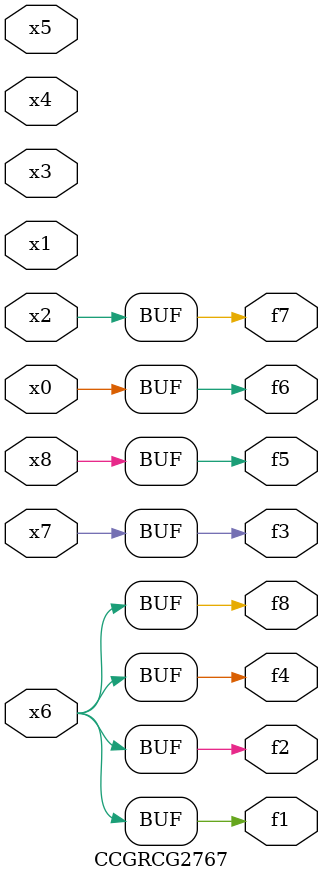
<source format=v>
module CCGRCG2767(
	input x0, x1, x2, x3, x4, x5, x6, x7, x8,
	output f1, f2, f3, f4, f5, f6, f7, f8
);
	assign f1 = x6;
	assign f2 = x6;
	assign f3 = x7;
	assign f4 = x6;
	assign f5 = x8;
	assign f6 = x0;
	assign f7 = x2;
	assign f8 = x6;
endmodule

</source>
